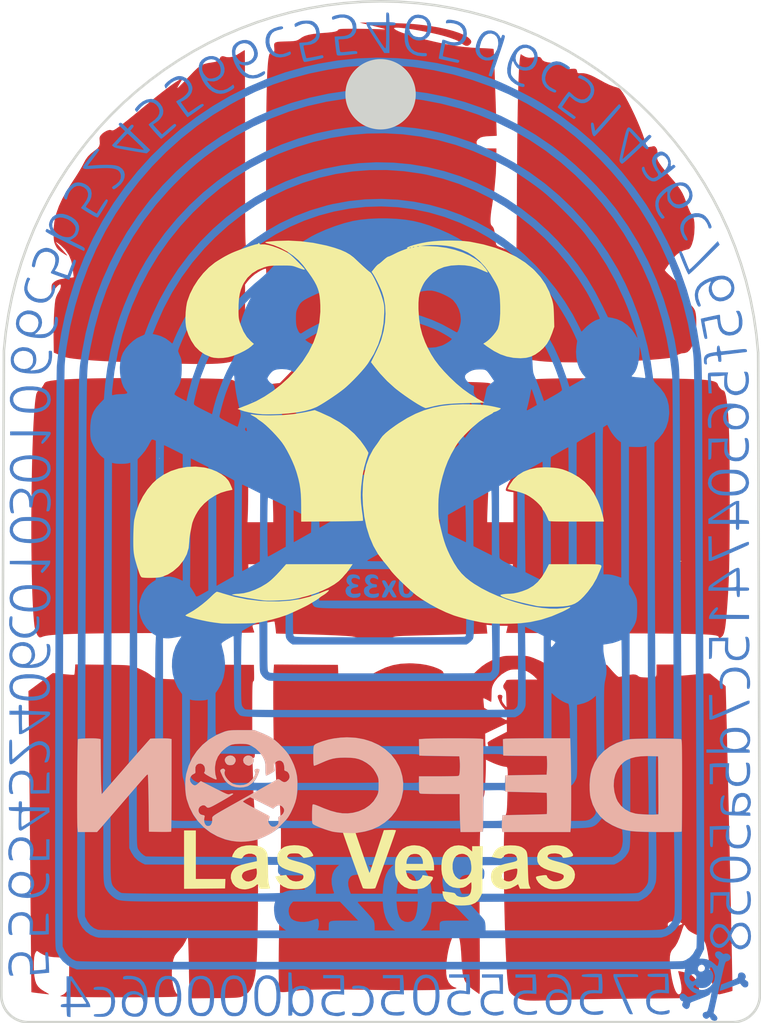
<source format=kicad_pcb>
(kicad_pcb (version 20241229) (generator "pcbnew") (generator_version "9.0")
  (layers (0 "F.Cu" signal) (2 "B.Cu" signal) (13 "F.Paste" user) (15 "B.Paste" user) (5 "F.SilkS" user "F.Silkscreen") (7 "B.SilkS" user "B.Silkscreen") (1 "F.Mask" user) (3 "B.Mask" user) (25 "Edge.Cuts" user))
  (net 0 "")
  (footprint "LOGO" (layer "F.Cu") (at 152.4 76.2)
    (property "Reference" "G***" (hide yes))
    (property "Value" "LOGO" (hide yes))
  )
  (footprint "LOGO" (layer "F.Cu") (at 152.4 76.2)
    (property "Reference" "G***" (hide yes))
    (property "Value" "LOGO" (hide yes))
  )
  (footprint "LOGO" (layer "F.Cu") (at 152.4 76.2)
    (property "Reference" "G***" (hide yes))
    (property "Value" "LOGO" (hide yes))
  )
  (footprint "LOGO" (layer "B.Cu") (at 152.4 76.2 180)
    (property "Reference" "G***" (hide yes))
    (property "Value" "LOGO" (hide yes))
  )
  (footprint "LOGO" (layer "B.Cu") (at 152.4 76.2 180)
    (property "Reference" "G***" (hide yes))
    (property "Value" "LOGO" (hide yes))
  )
  (footprint "LOGO" (layer "B.Cu") (at 152.4 76.2 180)
    (property "Reference" "G***" (hide yes))
    (property "Value" "LOGO" (hide yes))
  )
  (gr_poly (pts (xy 152.467733 58.68379) (xy 152.53458 58.688873) (xy 152.600454 58.697243) (xy 152.665274 58.708819) (xy 152.728957 58.723517) (xy 152.79142 58.741254) (xy 152.85258 58.761949) (xy 152.912354 58.785517) (xy 152.970661 58.811877) (xy 153.027417 58.840945) (xy 153.082539 58.87264) (xy 153.135944 58.906877) (xy 153.187551 58.943576) (xy 153.237276 58.982652) (xy 153.285037 59.024024) (xy 153.330751 59.067608) (xy 153.374335 59.113321) (xy 153.415706 59.161082) (xy 153.454782 59.210807) (xy 153.491481 59.262414) (xy 153.525719 59.31582) (xy 153.557413 59.370942) (xy 153.586481 59.427697) (xy 153.612841 59.486004) (xy 153.63641 59.545778) (xy 153.657104 59.606938) (xy 153.674841 59.669401) (xy 153.689539 59.733084) (xy 153.701115 59.797904) (xy 153.709486 59.863779) (xy 153.714569 59.930625) (xy 153.716281 59.998361) (xy 153.714569 60.066097) (xy 153.709486 60.132943) (xy 153.701115 60.198818) (xy 153.689539 60.263638) (xy 153.674841 60.327321) (xy 153.657104 60.389784) (xy 153.63641 60.450944) (xy 153.612841 60.510718) (xy 153.586481 60.569025) (xy 153.557413 60.62578) (xy 153.525719 60.680902) (xy 153.491481 60.734308) (xy 153.454782 60.785915) (xy 153.415706 60.83564) (xy 153.374335 60.883401) (xy 153.330751 60.929114) (xy 153.285037 60.972698) (xy 153.237276 61.01407) (xy 153.187551 61.053146) (xy 153.135944 61.089844) (xy 153.082539 61.124082) (xy 153.027417 61.155777) (xy 152.970661 61.184845) (xy 152.912354 61.211205) (xy 152.85258 61.234773) (xy 152.79142 61.255468) (xy 152.728957 61.273205) (xy 152.665274 61.287903) (xy 152.600454 61.299479) (xy 152.53458 61.307849) (xy 152.467733 61.312932) (xy 152.399997 61.314645) (xy 152.332261 61.312932) (xy 152.265415 61.307849) (xy 152.19954 61.299479) (xy 152.13472 61.287903) (xy 152.071037 61.273205) (xy 152.008574 61.255468) (xy 151.947414 61.234773) (xy 151.88764 61.211205) (xy 151.829333 61.184845) (xy 151.772578 61.155777) (xy 151.717456 61.124082) (xy 151.66405 61.089844) (xy 151.612443 61.053146) (xy 151.562718 61.01407) (xy 151.514957 60.972698) (xy 151.469244 60.929114) (xy 151.42566 60.883401) (xy 151.384288 60.83564) (xy 151.345212 60.785915) (xy 151.308514 60.734308) (xy 151.274276 60.680902) (xy 151.242581 60.62578) (xy 151.213513 60.569025) (xy 151.187153 60.510718) (xy 151.163585 60.450944) (xy 151.14289 60.389784) (xy 151.125153 60.327321) (xy 151.110455 60.263638) (xy 151.09888 60.198818) (xy 151.090509 60.132943) (xy 151.085426 60.066097) (xy 151.083713 59.998361) (xy 151.085426 59.930625) (xy 151.090509 59.863779) (xy 151.09888 59.797904) (xy 151.110455 59.733084) (xy 151.125153 59.669401) (xy 151.14289 59.606938) (xy 151.163585 59.545778) (xy 151.187153 59.486004) (xy 151.213513 59.427697) (xy 151.242581 59.370942) (xy 151.274276 59.31582) (xy 151.308514 59.262414) (xy 151.345212 59.210807) (xy 151.384288 59.161082) (xy 151.42566 59.113321) (xy 151.469244 59.067608) (xy 151.514957 59.024024) (xy 151.562718 58.982652) (xy 151.612443 58.943576) (xy 151.66405 58.906877) (xy 151.717456 58.87264) (xy 151.772578 58.840945) (xy 151.829333 58.811877) (xy 151.88764 58.785517) (xy 151.947414 58.761949) (xy 152.008574 58.741254) (xy 152.071037 58.723517) (xy 152.13472 58.708819) (xy 152.19954 58.697243) (xy 152.265415 58.688873) (xy 152.332261 58.68379) (xy 152.399997 58.682077)) (stroke (width 0.097071)) (fill yes) (layer "Edge.Cuts"))
  (gr_poly (pts (xy 153.111854 56.40684) (xy 153.821659 56.458457) (xy 154.522126 56.543398) (xy 155.212426 56.660893) (xy 155.891728 56.810168) (xy 156.559203 56.99045) (xy 157.21402 57.200966) (xy 157.85535 57.440944) (xy 158.482363 57.709612) (xy 159.094229 58.006195) (xy 159.690117 58.329922) (xy 160.269199 58.680021) (xy 160.830643 59.055717) (xy 161.373621 59.456238) (xy 161.897302 59.880812) (xy 162.400856 60.328666) (xy 162.883454 60.799027) (xy 163.344266 61.291122) (xy 163.782461 61.80418) (xy 164.197209 62.337425) (xy 164.587682 62.890088) (xy 164.953048 63.461393) (xy 165.292478 64.050569) (xy 165.605142 64.656843) (xy 165.89021 65.279443) (xy 166.146853 65.917594) (xy 166.37424 66.570526) (xy 166.571541 67.237464) (xy 166.737926 67.917637) (xy 166.872566 68.610271) (xy 166.974631 69.314594) (xy 167.043291 70.029833) (xy 167.110471 94.959062) (xy 167.109108 95.013336) (xy 167.105062 95.066879) (xy 167.098397 95.119627) (xy 167.08918 95.171515) (xy 167.077474 95.222476) (xy 167.063346 95.272447) (xy 167.046861 95.321362) (xy 167.028082 95.369156) (xy 167.007076 95.415764) (xy 166.983908 95.46112) (xy 166.958643 95.505161) (xy 166.931345 95.54782) (xy 166.90208 95.589032) (xy 166.870913 95.628733) (xy 166.837909 95.666858) (xy 166.803133 95.70334) (xy 166.76665 95.738116) (xy 166.728526 95.77112) (xy 166.688825 95.802287) (xy 166.647612 95.831552) (xy 166.604953 95.85885) (xy 166.560913 95.884116) (xy 166.515557 95.907284) (xy 166.468949 95.92829) (xy 166.421155 95.947068) (xy 166.372241 95.963554) (xy 166.32227 95.977682) (xy 166.271308 95.989387) (xy 166.219421 95.998604) (xy 166.166674 96.005269) (xy 166.11313 96.009315) (xy 166.058856 96.010678) (xy 138.741144 96.010678) (xy 138.686864 96.009315) (xy 138.633304 96.005268) (xy 138.58053 95.998604) (xy 138.528608 95.989386) (xy 138.477605 95.977681) (xy 138.427585 95.963553) (xy 138.378617 95.947067) (xy 138.330765 95.928288) (xy 138.284097 95.907282) (xy 138.238677 95.884114) (xy 138.194574 95.858848) (xy 138.151852 95.83155) (xy 138.110578 95.802285) (xy 138.070818 95.771118) (xy 138.032638 95.738114) (xy 137.996105 95.703338) (xy 137.961285 95.666855) (xy 137.928243 95.62873) (xy 137.897047 95.589029) (xy 137.867762 95.547816) (xy 137.840455 95.505157) (xy 137.815191 95.461117) (xy 137.792038 95.415761) (xy 137.771061 95.369153) (xy 137.752326 95.321359) (xy 137.735899 95.272444) (xy 137.721848 95.222474) (xy 137.710237 95.171513) (xy 137.701134 95.119626) (xy 137.694603 95.066878) (xy 137.690713 95.013335) (xy 137.689529 94.959062) (xy 137.791331 69.9456) (xy 137.863546 69.235193) (xy 137.968711 68.535703) (xy 138.106008 67.84789) (xy 138.274621 67.172511) (xy 138.473734 66.510325) (xy 138.702528 65.862091) (xy 138.960188 65.228566) (xy 139.245896 64.61051) (xy 139.558836 64.008679) (xy 139.89819 63.423834) (xy 140.263143 62.856732) (xy 140.652876 62.308131) (xy 141.066573 61.77879) (xy 141.503418 61.269467) (xy 141.962592 60.780921) (xy 142.44328 60.313911) (xy 142.944665 59.869193) (xy 143.465929 59.447527) (xy 144.006256 59.049671) (xy 144.564829 58.676384) (xy 145.140831 58.328424) (xy 145.733445 58.006548) (xy 146.341855 57.711517) (xy 146.965242 57.444087) (xy 147.602792 57.205017) (xy 148.253685 56.995067) (xy 148.917107 56.814993) (xy 149.59224 56.665554) (xy 150.278266 56.54751) (xy 150.97437 56.461617) (xy 151.679734 56.408635) (xy 152.393541 56.389322)) (stroke (width 0.1)) (fill no) (layer "Edge.Cuts"))
)
</source>
